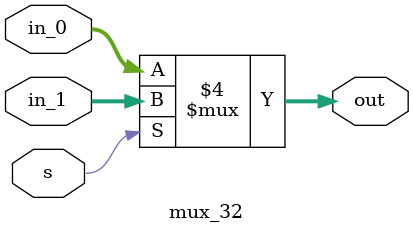
<source format=v>
`timescale 1ns / 1ps
module mux_32(
	input[31:0]in_0,in_1,
	input s,
	output reg[31:0]out
    );
	always@(in_0 or in_1 or s)
	begin
		if(s==0) out=in_0;
		else out=in_1;
	end

endmodule

</source>
